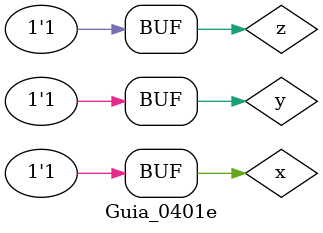
<source format=v>
/*
 Guia_0401e.v - v0.0. - 27 / 08 / 2022
 Autor    : Gabriel Vargas Bento de Souza
 Matricula: 778023
 */

/* TRUTH TABLE */

// (x+y').(y'+z')

/**
 expression: y'
 */
module fxy1 (output s,
            input  x, y, z);
   assign s = ~y;
endmodule // fxy1

/**
 expression: z'
 */
module fxy2 (output s,
            input  x, y, z);
   assign s = ~z;
endmodule // fxy2

/**
 expression: x+y'
 */
module fxy3 (output s,
            input  x, y, z);
   assign s = (x | ~y);
endmodule // fxy3

/**
 expression: y'+z'
 */
module fxy4 (output s,
            input  x, y, z);
   assign s = (~y | ~z);
endmodule // fxy4

/**
 expression: (x+y')'.(y'+z')
 */
module fxy5 (output s,
            input  x, y, z);
   assign s = (x | ~y) & (~y | ~z);
endmodule // fxy5

/**
  Guia_0401e.v
 */
module Guia_0401e;
   reg  x, y, z;
   wire s1, s2, s3, s4, s5;
   
   // instancias
   fxy1 FXY1 (s1, x, y, z);
   fxy2 FXY2 (s2, x, y, z);
   fxy3 FXY3 (s3, x, y, z);
   fxy4 FXY4 (s4, x, y, z);
   fxy5 FXY5 (s5, x, y, z);
   
   // valores iniciais
   initial begin: start
      x=1'bx; y=1'bx; z=1'bx; // indefinidos
   end

   // parte principal
   initial begin: main
      // identificacao
       $display("Gabriel Vargas Bento de Souza - 778023");
       $display("Test boolean expression");
       $display("\n01.e) (x+y')'.(y'+z')\n");

       // monitoramento
       $display(" x  y  z   y'  z'  x+y'  y'+z'  (x+y')'.(y'+z') ");
       $monitor("%2b %2b %2b %3b %3b %4b %6b %10b", x, y, z, s1, s2, s3, s4, s5);

       // sinalizacao
       #1 x=0; y=0; z=0;
       #1 x=0; y=0; z=1;
       #1 x=0; y=1; z=0;
       #1 x=0; y=1; z=1;
       #1 x=1; y=0; z=0;
       #1 x=1; y=0; z=1;
       #1 x=1; y=1; z=0;
       #1 x=1; y=1; z=1;
   end
endmodule // Guia_0401e
</source>
